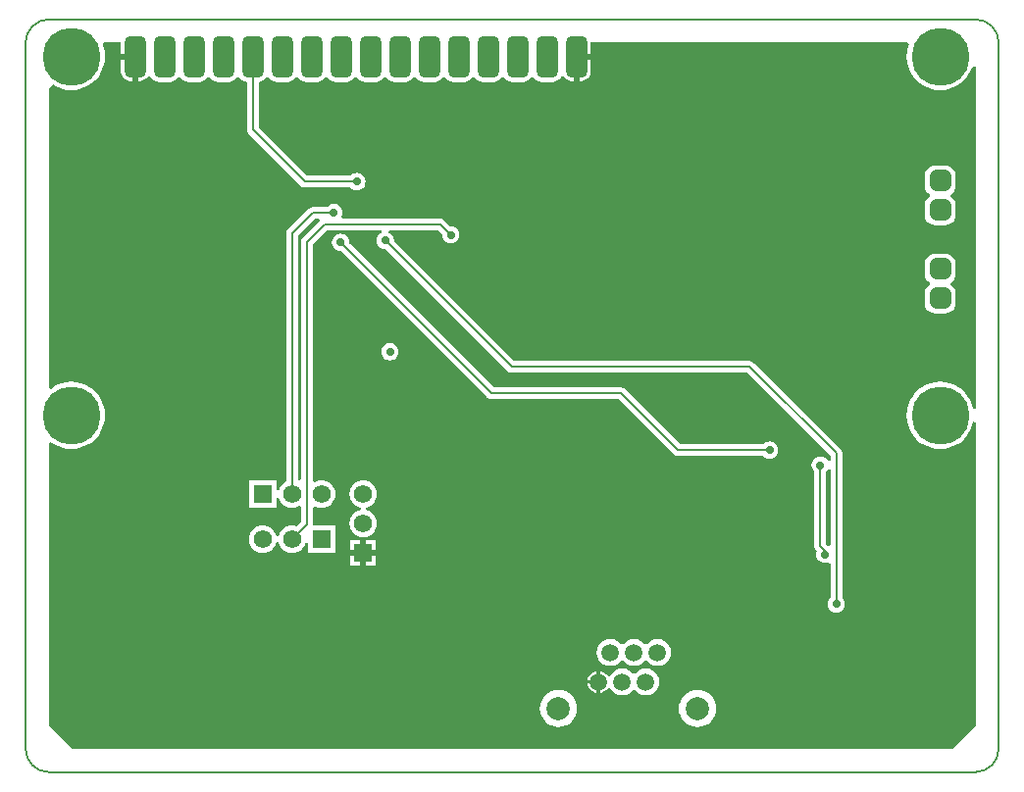
<source format=gtl>
G04 Layer_Physical_Order=1*
G04 Layer_Color=255*
%FSAX44Y44*%
%MOMM*%
G71*
G01*
G75*
%ADD10C,0.2000*%
%ADD11R,1.5750X1.5750*%
%ADD12C,1.5750*%
%ADD13R,1.5750X1.5750*%
%ADD14C,5.0000*%
G04:AMPARAMS|DCode=15|XSize=1.8mm|YSize=3.6mm|CornerRadius=0.45mm|HoleSize=0mm|Usage=FLASHONLY|Rotation=0.000|XOffset=0mm|YOffset=0mm|HoleType=Round|Shape=RoundedRectangle|*
%AMROUNDEDRECTD15*
21,1,1.8000,2.7000,0,0,0.0*
21,1,0.9000,3.6000,0,0,0.0*
1,1,0.9000,0.4500,-1.3500*
1,1,0.9000,-0.4500,-1.3500*
1,1,0.9000,-0.4500,1.3500*
1,1,0.9000,0.4500,1.3500*
%
%ADD15ROUNDEDRECTD15*%
G04:AMPARAMS|DCode=16|XSize=1.8mm|YSize=1.8mm|CornerRadius=0.45mm|HoleSize=0mm|Usage=FLASHONLY|Rotation=0.000|XOffset=0mm|YOffset=0mm|HoleType=Round|Shape=RoundedRectangle|*
%AMROUNDEDRECTD16*
21,1,1.8000,0.9000,0,0,0.0*
21,1,0.9000,1.8000,0,0,0.0*
1,1,0.9000,0.4500,-0.4500*
1,1,0.9000,-0.4500,-0.4500*
1,1,0.9000,-0.4500,0.4500*
1,1,0.9000,0.4500,0.4500*
%
%ADD16ROUNDEDRECTD16*%
%ADD17C,6.0000*%
%ADD18C,2.0000*%
%ADD19C,1.5000*%
%ADD20C,0.7000*%
G36*
X00762392Y00628337D02*
X00761834Y00626989D01*
X00760769Y00622551D01*
X00760410Y00618000D01*
X00760769Y00613449D01*
X00761834Y00609011D01*
X00763581Y00604794D01*
X00765966Y00600901D01*
X00768931Y00597430D01*
X00772402Y00594466D01*
X00776294Y00592081D01*
X00780511Y00590334D01*
X00784949Y00589268D01*
X00789500Y00588910D01*
X00794051Y00589268D01*
X00798489Y00590334D01*
X00802707Y00592081D01*
X00806599Y00594466D01*
X00810070Y00597430D01*
X00813034Y00600901D01*
X00815419Y00604794D01*
X00817009Y00608632D01*
X00818127Y00609166D01*
X00819306Y00609357D01*
X00820000Y00608804D01*
Y00313752D01*
X00818000Y00313515D01*
X00817166Y00316989D01*
X00815419Y00321206D01*
X00813034Y00325098D01*
X00810070Y00328569D01*
X00806599Y00331534D01*
X00802707Y00333919D01*
X00798489Y00335666D01*
X00794051Y00336731D01*
X00789500Y00337090D01*
X00784949Y00336731D01*
X00780511Y00335666D01*
X00776294Y00333919D01*
X00772402Y00331534D01*
X00768931Y00328569D01*
X00765966Y00325098D01*
X00763581Y00321206D01*
X00761834Y00316989D01*
X00760769Y00312551D01*
X00760410Y00308000D01*
X00760769Y00303449D01*
X00761834Y00299011D01*
X00763581Y00294794D01*
X00765966Y00290902D01*
X00768931Y00287430D01*
X00772402Y00284466D01*
X00776294Y00282081D01*
X00780511Y00280334D01*
X00784949Y00279268D01*
X00789500Y00278910D01*
X00794051Y00279268D01*
X00798489Y00280334D01*
X00802707Y00282081D01*
X00806599Y00284466D01*
X00810070Y00287430D01*
X00813034Y00290902D01*
X00815419Y00294794D01*
X00817166Y00299011D01*
X00818000Y00302485D01*
X00820000Y00302248D01*
Y00040000D01*
X00800000Y00020000D01*
X00040000D01*
X00020000Y00040000D01*
Y00284128D01*
X00021816Y00284966D01*
X00022402Y00284466D01*
X00026294Y00282081D01*
X00030511Y00280334D01*
X00034949Y00279268D01*
X00039500Y00278910D01*
X00044051Y00279268D01*
X00048489Y00280334D01*
X00052706Y00282081D01*
X00056599Y00284466D01*
X00060069Y00287430D01*
X00063034Y00290902D01*
X00065419Y00294794D01*
X00067166Y00299011D01*
X00068232Y00303449D01*
X00068590Y00308000D01*
X00068232Y00312551D01*
X00067166Y00316989D01*
X00065419Y00321206D01*
X00063034Y00325098D01*
X00060069Y00328569D01*
X00056599Y00331534D01*
X00052706Y00333919D01*
X00048489Y00335666D01*
X00044051Y00336731D01*
X00039500Y00337090D01*
X00034949Y00336731D01*
X00030511Y00335666D01*
X00026294Y00333919D01*
X00022402Y00331534D01*
X00021816Y00331034D01*
X00020000Y00331871D01*
Y00590000D01*
X00023682Y00593682D01*
X00026294Y00592081D01*
X00030511Y00590334D01*
X00034949Y00589268D01*
X00039500Y00588910D01*
X00044051Y00589268D01*
X00048489Y00590334D01*
X00052706Y00592081D01*
X00056599Y00594466D01*
X00060069Y00597430D01*
X00063034Y00600901D01*
X00065419Y00604794D01*
X00067166Y00609011D01*
X00068232Y00613449D01*
X00068590Y00618000D01*
X00068232Y00622551D01*
X00067166Y00626989D01*
X00066608Y00628337D01*
X00067719Y00630000D01*
X00082435D01*
Y00620500D01*
X00094500D01*
Y00618000D01*
X00097000D01*
Y00596935D01*
X00099000D01*
X00100958Y00597193D01*
X00102782Y00597949D01*
X00104349Y00599151D01*
X00105551Y00600718D01*
X00105576Y00600779D01*
X00107741D01*
X00107975Y00600213D01*
X00109338Y00598438D01*
X00111113Y00597075D01*
X00113181Y00596219D01*
X00115400Y00595927D01*
X00124400D01*
X00126619Y00596219D01*
X00128687Y00597075D01*
X00130462Y00598438D01*
X00131426Y00599693D01*
X00132063Y00599863D01*
X00133137D01*
X00133774Y00599693D01*
X00134738Y00598438D01*
X00136513Y00597075D01*
X00138581Y00596219D01*
X00140800Y00595927D01*
X00149800D01*
X00152019Y00596219D01*
X00154087Y00597075D01*
X00155862Y00598438D01*
X00156826Y00599693D01*
X00157463Y00599863D01*
X00158537D01*
X00159174Y00599693D01*
X00160138Y00598438D01*
X00161913Y00597075D01*
X00163981Y00596219D01*
X00166200Y00595927D01*
X00175200D01*
X00177419Y00596219D01*
X00179487Y00597075D01*
X00181262Y00598438D01*
X00182226Y00599693D01*
X00182863Y00599863D01*
X00183937D01*
X00184574Y00599693D01*
X00185538Y00598438D01*
X00187313Y00597075D01*
X00189381Y00596219D01*
X00191002Y00596005D01*
Y00554900D01*
X00191390Y00552949D01*
X00192495Y00551295D01*
X00237395Y00506395D01*
X00239049Y00505290D01*
X00241000Y00504902D01*
X00280458D01*
X00280651Y00504651D01*
X00282218Y00503449D01*
X00284042Y00502693D01*
X00286000Y00502435D01*
X00287958Y00502693D01*
X00289782Y00503449D01*
X00291349Y00504651D01*
X00292551Y00506218D01*
X00293307Y00508042D01*
X00293565Y00510000D01*
X00293307Y00511958D01*
X00292551Y00513782D01*
X00291349Y00515349D01*
X00289782Y00516551D01*
X00287958Y00517307D01*
X00286000Y00517565D01*
X00284042Y00517307D01*
X00282218Y00516551D01*
X00280651Y00515349D01*
X00280458Y00515098D01*
X00243112D01*
X00201198Y00557012D01*
Y00596005D01*
X00202819Y00596219D01*
X00204887Y00597075D01*
X00206662Y00598438D01*
X00207626Y00599693D01*
X00208263Y00599863D01*
X00209337D01*
X00209974Y00599693D01*
X00210938Y00598438D01*
X00212713Y00597075D01*
X00214781Y00596219D01*
X00217000Y00595927D01*
X00226000D01*
X00228219Y00596219D01*
X00230287Y00597075D01*
X00232062Y00598438D01*
X00233026Y00599693D01*
X00233663Y00599863D01*
X00234737D01*
X00235374Y00599693D01*
X00236338Y00598438D01*
X00238113Y00597075D01*
X00240181Y00596219D01*
X00242400Y00595927D01*
X00251400D01*
X00253619Y00596219D01*
X00255687Y00597075D01*
X00257462Y00598438D01*
X00258426Y00599693D01*
X00259063Y00599863D01*
X00260137D01*
X00260774Y00599693D01*
X00261738Y00598438D01*
X00263513Y00597075D01*
X00265581Y00596219D01*
X00267800Y00595927D01*
X00276800D01*
X00279019Y00596219D01*
X00281087Y00597075D01*
X00282862Y00598438D01*
X00283826Y00599693D01*
X00284463Y00599863D01*
X00285537D01*
X00286174Y00599693D01*
X00287138Y00598438D01*
X00288913Y00597075D01*
X00290981Y00596219D01*
X00293200Y00595927D01*
X00302200D01*
X00304419Y00596219D01*
X00306487Y00597075D01*
X00308262Y00598438D01*
X00309226Y00599693D01*
X00309863Y00599863D01*
X00310937D01*
X00311574Y00599693D01*
X00312538Y00598438D01*
X00314313Y00597075D01*
X00316381Y00596219D01*
X00318600Y00595927D01*
X00327600D01*
X00329819Y00596219D01*
X00331887Y00597075D01*
X00333662Y00598438D01*
X00334626Y00599693D01*
X00335263Y00599863D01*
X00336337D01*
X00336974Y00599693D01*
X00337938Y00598438D01*
X00339713Y00597075D01*
X00341781Y00596219D01*
X00344000Y00595927D01*
X00353000D01*
X00355219Y00596219D01*
X00357287Y00597075D01*
X00359062Y00598438D01*
X00360026Y00599693D01*
X00360663Y00599863D01*
X00361737D01*
X00362374Y00599693D01*
X00363338Y00598438D01*
X00365113Y00597075D01*
X00367181Y00596219D01*
X00369400Y00595927D01*
X00378400D01*
X00380619Y00596219D01*
X00382687Y00597075D01*
X00384462Y00598438D01*
X00385426Y00599693D01*
X00386063Y00599863D01*
X00387137D01*
X00387774Y00599693D01*
X00388738Y00598438D01*
X00390513Y00597075D01*
X00392581Y00596219D01*
X00394800Y00595927D01*
X00403800D01*
X00406019Y00596219D01*
X00408087Y00597075D01*
X00409862Y00598438D01*
X00410826Y00599693D01*
X00411463Y00599863D01*
X00412537D01*
X00413174Y00599693D01*
X00414138Y00598438D01*
X00415913Y00597075D01*
X00417981Y00596219D01*
X00420200Y00595927D01*
X00429200D01*
X00431419Y00596219D01*
X00433487Y00597075D01*
X00435262Y00598438D01*
X00436226Y00599693D01*
X00436863Y00599863D01*
X00437937D01*
X00438574Y00599693D01*
X00439538Y00598438D01*
X00441313Y00597075D01*
X00443381Y00596219D01*
X00445600Y00595927D01*
X00454600D01*
X00456819Y00596219D01*
X00458887Y00597075D01*
X00460662Y00598438D01*
X00462025Y00600213D01*
X00462259Y00600779D01*
X00464424D01*
X00464449Y00600718D01*
X00465651Y00599151D01*
X00467218Y00597949D01*
X00469042Y00597193D01*
X00471000Y00596935D01*
X00473000D01*
Y00618000D01*
X00475500D01*
Y00620500D01*
X00487565D01*
Y00630000D01*
X00761281D01*
X00762392Y00628337D01*
D02*
G37*
%LPC*%
G36*
X00289000Y00200075D02*
X00280625D01*
Y00191700D01*
X00289000D01*
Y00200075D01*
D02*
G37*
G36*
X00302375Y00186700D02*
X00294000D01*
Y00178325D01*
X00302375D01*
Y00186700D01*
D02*
G37*
G36*
X00580000Y00070877D02*
X00576864Y00070568D01*
X00573848Y00069654D01*
X00571068Y00068168D01*
X00568632Y00066168D01*
X00566632Y00063732D01*
X00565146Y00060953D01*
X00564231Y00057937D01*
X00563923Y00054800D01*
X00564231Y00051663D01*
X00565146Y00048647D01*
X00566632Y00045868D01*
X00568632Y00043432D01*
X00571068Y00041432D01*
X00573848Y00039946D01*
X00576864Y00039032D01*
X00580000Y00038723D01*
X00583137Y00039032D01*
X00586153Y00039946D01*
X00588932Y00041432D01*
X00591368Y00043432D01*
X00593368Y00045868D01*
X00594854Y00048647D01*
X00595769Y00051663D01*
X00596077Y00054800D01*
X00595769Y00057937D01*
X00594854Y00060953D01*
X00593368Y00063732D01*
X00591368Y00066168D01*
X00588932Y00068168D01*
X00586153Y00069654D01*
X00583137Y00070568D01*
X00580000Y00070877D01*
D02*
G37*
G36*
X00302375Y00200075D02*
X00294000D01*
Y00191700D01*
X00302375D01*
Y00200075D01*
D02*
G37*
G36*
X00289000Y00186700D02*
X00280625D01*
Y00178325D01*
X00289000D01*
Y00186700D01*
D02*
G37*
G36*
X00493000Y00087184D02*
X00492020Y00087056D01*
X00489709Y00086098D01*
X00487725Y00084575D01*
X00486202Y00082591D01*
X00485245Y00080280D01*
X00485116Y00079300D01*
X00493000D01*
Y00087184D01*
D02*
G37*
G36*
Y00076300D02*
X00485116D01*
X00485245Y00075320D01*
X00486202Y00073009D01*
X00487725Y00071024D01*
X00489709Y00069502D01*
X00492020Y00068545D01*
X00493000Y00068415D01*
Y00076300D01*
D02*
G37*
G36*
X00545500Y00114799D02*
X00542498Y00114404D01*
X00539700Y00113245D01*
X00537298Y00111402D01*
X00536561Y00110441D01*
X00534040D01*
X00533302Y00111402D01*
X00530900Y00113245D01*
X00528102Y00114404D01*
X00525100Y00114799D01*
X00522098Y00114404D01*
X00519300Y00113245D01*
X00516898Y00111402D01*
X00516161Y00110441D01*
X00513640D01*
X00512902Y00111402D01*
X00510500Y00113245D01*
X00507702Y00114404D01*
X00504700Y00114799D01*
X00501698Y00114404D01*
X00498900Y00113245D01*
X00496498Y00111402D01*
X00494655Y00109000D01*
X00493496Y00106202D01*
X00493101Y00103200D01*
X00493496Y00100198D01*
X00494655Y00097400D01*
X00496498Y00094998D01*
X00498900Y00093155D01*
X00501698Y00091996D01*
X00504700Y00091601D01*
X00507702Y00091996D01*
X00510500Y00093155D01*
X00512902Y00094998D01*
X00513640Y00095959D01*
X00516161D01*
X00516898Y00094998D01*
X00519300Y00093155D01*
X00522098Y00091996D01*
X00525100Y00091601D01*
X00528102Y00091996D01*
X00530900Y00093155D01*
X00533302Y00094998D01*
X00534040Y00095959D01*
X00536561D01*
X00537298Y00094998D01*
X00539700Y00093155D01*
X00542498Y00091996D01*
X00545500Y00091601D01*
X00548502Y00091996D01*
X00551300Y00093155D01*
X00553702Y00094998D01*
X00555545Y00097400D01*
X00556704Y00100198D01*
X00557099Y00103200D01*
X00556704Y00106202D01*
X00555545Y00109000D01*
X00553702Y00111402D01*
X00551300Y00113245D01*
X00548502Y00114404D01*
X00545500Y00114799D01*
D02*
G37*
G36*
X00535300Y00089399D02*
X00532298Y00089004D01*
X00529500Y00087845D01*
X00527098Y00086002D01*
X00526361Y00085041D01*
X00523840D01*
X00523102Y00086002D01*
X00520700Y00087845D01*
X00517902Y00089004D01*
X00514900Y00089399D01*
X00511898Y00089004D01*
X00509100Y00087845D01*
X00506698Y00086002D01*
X00504855Y00083600D01*
X00504700Y00083226D01*
X00504036Y00083004D01*
X00502457Y00083036D01*
X00501275Y00084575D01*
X00499291Y00086098D01*
X00496980Y00087056D01*
X00496000Y00087184D01*
Y00077800D01*
Y00068415D01*
X00496980Y00068545D01*
X00499291Y00069502D01*
X00501275Y00071024D01*
X00502457Y00072564D01*
X00504036Y00072596D01*
X00504700Y00072374D01*
X00504855Y00072000D01*
X00506698Y00069598D01*
X00509100Y00067755D01*
X00511898Y00066596D01*
X00514900Y00066201D01*
X00517902Y00066596D01*
X00520700Y00067755D01*
X00523102Y00069598D01*
X00523840Y00070559D01*
X00526361D01*
X00527098Y00069598D01*
X00529500Y00067755D01*
X00532298Y00066596D01*
X00535300Y00066201D01*
X00538302Y00066596D01*
X00541100Y00067755D01*
X00543502Y00069598D01*
X00545345Y00072000D01*
X00546504Y00074798D01*
X00546899Y00077800D01*
X00546504Y00080802D01*
X00545345Y00083600D01*
X00543502Y00086002D01*
X00541100Y00087845D01*
X00538302Y00089004D01*
X00535300Y00089399D01*
D02*
G37*
G36*
X00794000Y00523873D02*
X00785000D01*
X00782781Y00523581D01*
X00780713Y00522725D01*
X00778938Y00521362D01*
X00777575Y00519587D01*
X00776719Y00517519D01*
X00776427Y00515300D01*
Y00506300D01*
X00776719Y00504081D01*
X00777575Y00502013D01*
X00778938Y00500238D01*
X00780193Y00499274D01*
X00780363Y00498637D01*
Y00497563D01*
X00780193Y00496926D01*
X00778938Y00495962D01*
X00777575Y00494187D01*
X00776719Y00492119D01*
X00776427Y00489900D01*
Y00480900D01*
X00776719Y00478681D01*
X00777575Y00476613D01*
X00778938Y00474838D01*
X00780713Y00473475D01*
X00782781Y00472619D01*
X00785000Y00472327D01*
X00794000D01*
X00796219Y00472619D01*
X00798287Y00473475D01*
X00800062Y00474838D01*
X00801425Y00476613D01*
X00802281Y00478681D01*
X00802573Y00480900D01*
Y00489900D01*
X00802281Y00492119D01*
X00801425Y00494187D01*
X00800062Y00495962D01*
X00798807Y00496926D01*
X00798637Y00497563D01*
Y00498637D01*
X00798807Y00499274D01*
X00800062Y00500238D01*
X00801425Y00502013D01*
X00802281Y00504081D01*
X00802573Y00506300D01*
Y00515300D01*
X00802281Y00517519D01*
X00801425Y00519587D01*
X00800062Y00521362D01*
X00798287Y00522725D01*
X00796219Y00523581D01*
X00794000Y00523873D01*
D02*
G37*
G36*
X00266000Y00490565D02*
X00264042Y00490307D01*
X00262218Y00489551D01*
X00260651Y00488349D01*
X00260458Y00488098D01*
X00248000D01*
X00246049Y00487710D01*
X00244395Y00486605D01*
X00226395Y00468605D01*
X00225290Y00466951D01*
X00224902Y00465000D01*
Y00250740D01*
X00223371Y00249921D01*
X00221562Y00248438D01*
X00220079Y00246629D01*
X00218976Y00244566D01*
X00218475Y00242915D01*
X00216475Y00243212D01*
Y00251875D01*
X00192725D01*
Y00228125D01*
X00216475D01*
Y00236788D01*
X00218475Y00237085D01*
X00218976Y00235434D01*
X00220079Y00233371D01*
X00221562Y00231562D01*
X00223371Y00230079D01*
X00225434Y00228976D01*
X00227672Y00228297D01*
X00230000Y00228068D01*
X00232328Y00228297D01*
X00234566Y00228976D01*
X00235902Y00229690D01*
X00237902Y00228717D01*
Y00216112D01*
X00233990Y00212199D01*
X00232328Y00212703D01*
X00230000Y00212932D01*
X00227672Y00212703D01*
X00225434Y00212024D01*
X00223371Y00210921D01*
X00221562Y00209438D01*
X00220079Y00207629D01*
X00218976Y00205566D01*
X00218297Y00203328D01*
X00216303D01*
X00215624Y00205566D01*
X00214522Y00207629D01*
X00213037Y00209438D01*
X00211229Y00210921D01*
X00209166Y00212024D01*
X00206928Y00212703D01*
X00204600Y00212932D01*
X00202272Y00212703D01*
X00200034Y00212024D01*
X00197971Y00210921D01*
X00196162Y00209438D01*
X00194679Y00207629D01*
X00193576Y00205566D01*
X00192897Y00203328D01*
X00192668Y00201000D01*
X00192897Y00198672D01*
X00193576Y00196434D01*
X00194679Y00194371D01*
X00196162Y00192563D01*
X00197971Y00191079D01*
X00200034Y00189976D01*
X00202272Y00189297D01*
X00204600Y00189068D01*
X00206928Y00189297D01*
X00209166Y00189976D01*
X00211229Y00191079D01*
X00213037Y00192563D01*
X00214522Y00194371D01*
X00215624Y00196434D01*
X00216303Y00198672D01*
X00218297D01*
X00218976Y00196434D01*
X00220079Y00194371D01*
X00221562Y00192563D01*
X00223371Y00191079D01*
X00225434Y00189976D01*
X00227672Y00189297D01*
X00230000Y00189068D01*
X00232328Y00189297D01*
X00234566Y00189976D01*
X00236629Y00191079D01*
X00238438Y00192563D01*
X00239921Y00194371D01*
X00241024Y00196434D01*
X00241525Y00198085D01*
X00243525Y00197788D01*
Y00189125D01*
X00267275D01*
Y00212875D01*
X00249021D01*
X00248098Y00214000D01*
Y00228170D01*
X00250098Y00229369D01*
X00250834Y00228976D01*
X00253072Y00228297D01*
X00255400Y00228068D01*
X00257728Y00228297D01*
X00259966Y00228976D01*
X00262029Y00230079D01*
X00263838Y00231562D01*
X00265322Y00233371D01*
X00266424Y00235434D01*
X00267103Y00237672D01*
X00267332Y00240000D01*
X00267103Y00242328D01*
X00266424Y00244566D01*
X00265322Y00246629D01*
X00263838Y00248438D01*
X00262029Y00249921D01*
X00259966Y00251024D01*
X00257728Y00251703D01*
X00255400Y00251933D01*
X00253072Y00251703D01*
X00250834Y00251024D01*
X00250098Y00250631D01*
X00248098Y00251830D01*
Y00455888D01*
X00260112Y00467902D01*
X00307167D01*
X00307565Y00465902D01*
X00306718Y00465551D01*
X00305151Y00464349D01*
X00303949Y00462782D01*
X00303193Y00460958D01*
X00302935Y00459000D01*
X00303193Y00457042D01*
X00303949Y00455218D01*
X00305151Y00453651D01*
X00306718Y00452449D01*
X00308542Y00451693D01*
X00310500Y00451435D01*
X00310814Y00451477D01*
X00415895Y00346395D01*
X00417549Y00345290D01*
X00419500Y00344902D01*
X00622888D01*
X00694652Y00273138D01*
Y00268937D01*
X00692652Y00268539D01*
X00692551Y00268782D01*
X00691349Y00270349D01*
X00689782Y00271551D01*
X00687958Y00272307D01*
X00686000Y00272565D01*
X00684042Y00272307D01*
X00682218Y00271551D01*
X00680651Y00270349D01*
X00679449Y00268782D01*
X00678693Y00266958D01*
X00678435Y00265000D01*
X00678693Y00263042D01*
X00679449Y00261218D01*
X00680651Y00259651D01*
X00680902Y00259458D01*
Y00195000D01*
X00681290Y00193049D01*
X00682395Y00191395D01*
X00683027Y00190764D01*
X00682693Y00189958D01*
X00682435Y00188000D01*
X00682693Y00186042D01*
X00683449Y00184218D01*
X00684651Y00182651D01*
X00686218Y00181449D01*
X00688042Y00180693D01*
X00690000Y00180435D01*
X00691958Y00180693D01*
X00692652Y00180981D01*
X00694652Y00179705D01*
Y00150542D01*
X00694401Y00150349D01*
X00693199Y00148782D01*
X00692443Y00146958D01*
X00692185Y00145000D01*
X00692443Y00143042D01*
X00693199Y00141218D01*
X00694401Y00139651D01*
X00695968Y00138449D01*
X00697792Y00137693D01*
X00699750Y00137435D01*
X00701708Y00137693D01*
X00703532Y00138449D01*
X00705099Y00139651D01*
X00706301Y00141218D01*
X00707057Y00143042D01*
X00707315Y00145000D01*
X00707057Y00146958D01*
X00706301Y00148782D01*
X00705099Y00150349D01*
X00704848Y00150542D01*
Y00275250D01*
X00704460Y00277201D01*
X00703355Y00278855D01*
X00628605Y00353605D01*
X00626951Y00354710D01*
X00625000Y00355098D01*
X00421612D01*
X00318023Y00458686D01*
X00318065Y00459000D01*
X00317807Y00460958D01*
X00317051Y00462782D01*
X00315849Y00464349D01*
X00314282Y00465551D01*
X00313435Y00465902D01*
X00313833Y00467902D01*
X00355888D01*
X00359477Y00464314D01*
X00359435Y00464000D01*
X00359693Y00462042D01*
X00360449Y00460218D01*
X00361651Y00458651D01*
X00363218Y00457449D01*
X00365042Y00456693D01*
X00367000Y00456435D01*
X00368958Y00456693D01*
X00370782Y00457449D01*
X00372349Y00458651D01*
X00373551Y00460218D01*
X00374307Y00462042D01*
X00374565Y00464000D01*
X00374307Y00465958D01*
X00373551Y00467782D01*
X00372349Y00469349D01*
X00370782Y00470551D01*
X00368958Y00471307D01*
X00367000Y00471565D01*
X00366686Y00471523D01*
X00361605Y00476605D01*
X00359951Y00477710D01*
X00358000Y00478098D01*
X00274045D01*
X00272916Y00480098D01*
X00273307Y00481042D01*
X00273565Y00483000D01*
X00273307Y00484958D01*
X00272551Y00486782D01*
X00271349Y00488349D01*
X00269782Y00489551D01*
X00267958Y00490307D01*
X00266000Y00490565D01*
D02*
G37*
G36*
X00487565Y00615500D02*
X00478000D01*
Y00596935D01*
X00480000D01*
X00481958Y00597193D01*
X00483782Y00597949D01*
X00485349Y00599151D01*
X00486551Y00600718D01*
X00487307Y00602542D01*
X00487565Y00604500D01*
Y00615500D01*
D02*
G37*
G36*
X00092000D02*
X00082435D01*
Y00604500D01*
X00082693Y00602542D01*
X00083449Y00600718D01*
X00084651Y00599151D01*
X00086218Y00597949D01*
X00088042Y00597193D01*
X00090000Y00596935D01*
X00092000D01*
Y00615500D01*
D02*
G37*
G36*
X00794000Y00447673D02*
X00785000D01*
X00782781Y00447381D01*
X00780713Y00446525D01*
X00778938Y00445162D01*
X00777575Y00443387D01*
X00776719Y00441319D01*
X00776427Y00439100D01*
Y00430100D01*
X00776719Y00427881D01*
X00777575Y00425813D01*
X00778938Y00424038D01*
X00780193Y00423074D01*
X00780363Y00422437D01*
Y00421363D01*
X00780193Y00420726D01*
X00778938Y00419762D01*
X00777575Y00417987D01*
X00776719Y00415919D01*
X00776427Y00413700D01*
Y00404700D01*
X00776719Y00402481D01*
X00777575Y00400413D01*
X00778938Y00398638D01*
X00780713Y00397275D01*
X00782781Y00396419D01*
X00785000Y00396127D01*
X00794000D01*
X00796219Y00396419D01*
X00798287Y00397275D01*
X00800062Y00398638D01*
X00801425Y00400413D01*
X00802281Y00402481D01*
X00802573Y00404700D01*
Y00413700D01*
X00802281Y00415919D01*
X00801425Y00417987D01*
X00800062Y00419762D01*
X00798807Y00420726D01*
X00798637Y00421363D01*
Y00422437D01*
X00798807Y00423074D01*
X00800062Y00424038D01*
X00801425Y00425813D01*
X00802281Y00427881D01*
X00802573Y00430100D01*
Y00439100D01*
X00802281Y00441319D01*
X00801425Y00443387D01*
X00800062Y00445162D01*
X00798287Y00446525D01*
X00796219Y00447381D01*
X00794000Y00447673D01*
D02*
G37*
G36*
X00460000Y00070877D02*
X00456864Y00070568D01*
X00453848Y00069654D01*
X00451068Y00068168D01*
X00448632Y00066168D01*
X00446632Y00063732D01*
X00445146Y00060953D01*
X00444231Y00057937D01*
X00443923Y00054800D01*
X00444231Y00051663D01*
X00445146Y00048647D01*
X00446632Y00045868D01*
X00448632Y00043432D01*
X00451068Y00041432D01*
X00453848Y00039946D01*
X00456864Y00039032D01*
X00460000Y00038723D01*
X00463137Y00039032D01*
X00466153Y00039946D01*
X00468932Y00041432D01*
X00471368Y00043432D01*
X00473368Y00045868D01*
X00474854Y00048647D01*
X00475769Y00051663D01*
X00476077Y00054800D01*
X00475769Y00057937D01*
X00474854Y00060953D01*
X00473368Y00063732D01*
X00471368Y00066168D01*
X00468932Y00068168D01*
X00466153Y00069654D01*
X00463137Y00070568D01*
X00460000Y00070877D01*
D02*
G37*
G36*
X00291500Y00251933D02*
X00289172Y00251703D01*
X00286934Y00251024D01*
X00284871Y00249921D01*
X00283062Y00248438D01*
X00281579Y00246629D01*
X00280476Y00244566D01*
X00279797Y00242328D01*
X00279568Y00240000D01*
X00279797Y00237672D01*
X00280476Y00235434D01*
X00281579Y00233371D01*
X00283062Y00231562D01*
X00284871Y00230079D01*
X00286934Y00228976D01*
X00289172Y00228297D01*
Y00226303D01*
X00286934Y00225624D01*
X00284871Y00224522D01*
X00283062Y00223037D01*
X00281579Y00221229D01*
X00280476Y00219166D01*
X00279797Y00216928D01*
X00279568Y00214600D01*
X00279797Y00212272D01*
X00280476Y00210034D01*
X00281579Y00207971D01*
X00283062Y00206162D01*
X00284871Y00204679D01*
X00286934Y00203576D01*
X00289172Y00202897D01*
X00291500Y00202668D01*
X00293828Y00202897D01*
X00296066Y00203576D01*
X00298129Y00204679D01*
X00299937Y00206162D01*
X00301422Y00207971D01*
X00302524Y00210034D01*
X00303203Y00212272D01*
X00303433Y00214600D01*
X00303203Y00216928D01*
X00302524Y00219166D01*
X00301422Y00221229D01*
X00299937Y00223037D01*
X00298129Y00224522D01*
X00296066Y00225624D01*
X00293828Y00226303D01*
Y00228297D01*
X00296066Y00228976D01*
X00298129Y00230079D01*
X00299937Y00231562D01*
X00301422Y00233371D01*
X00302524Y00235434D01*
X00303203Y00237672D01*
X00303433Y00240000D01*
X00303203Y00242328D01*
X00302524Y00244566D01*
X00301422Y00246629D01*
X00299937Y00248438D01*
X00298129Y00249921D01*
X00296066Y00251024D01*
X00293828Y00251703D01*
X00291500Y00251933D01*
D02*
G37*
G36*
X00314500Y00370565D02*
X00312542Y00370307D01*
X00310718Y00369551D01*
X00309151Y00368349D01*
X00307949Y00366782D01*
X00307193Y00364958D01*
X00306935Y00363000D01*
X00307193Y00361042D01*
X00307949Y00359218D01*
X00309151Y00357651D01*
X00310718Y00356449D01*
X00312542Y00355693D01*
X00314500Y00355435D01*
X00316458Y00355693D01*
X00318282Y00356449D01*
X00319849Y00357651D01*
X00321051Y00359218D01*
X00321807Y00361042D01*
X00322065Y00363000D01*
X00321807Y00364958D01*
X00321051Y00366782D01*
X00319849Y00368349D01*
X00318282Y00369551D01*
X00316458Y00370307D01*
X00314500Y00370565D01*
D02*
G37*
G36*
X00272000Y00465065D02*
X00270042Y00464807D01*
X00268218Y00464051D01*
X00266651Y00462849D01*
X00265449Y00461282D01*
X00264693Y00459458D01*
X00264435Y00457500D01*
X00264693Y00455542D01*
X00265449Y00453718D01*
X00266651Y00452151D01*
X00268218Y00450949D01*
X00270042Y00450193D01*
X00272000Y00449935D01*
X00272314Y00449977D01*
X00398895Y00323395D01*
X00400549Y00322290D01*
X00402500Y00321902D01*
X00512084D01*
X00559591Y00274395D01*
X00561245Y00273290D01*
X00563195Y00272902D01*
X00636654D01*
X00636847Y00272651D01*
X00638413Y00271449D01*
X00640238Y00270693D01*
X00642196Y00270435D01*
X00644153Y00270693D01*
X00645978Y00271449D01*
X00647545Y00272651D01*
X00648747Y00274218D01*
X00649502Y00276042D01*
X00649760Y00278000D01*
X00649502Y00279958D01*
X00648747Y00281782D01*
X00647545Y00283349D01*
X00645978Y00284551D01*
X00644153Y00285307D01*
X00642196Y00285565D01*
X00640238Y00285307D01*
X00638413Y00284551D01*
X00636847Y00283349D01*
X00636654Y00283098D01*
X00565307D01*
X00517800Y00330605D01*
X00516146Y00331710D01*
X00514196Y00332098D01*
X00404612D01*
X00279523Y00457186D01*
X00279565Y00457500D01*
X00279307Y00459458D01*
X00278551Y00461282D01*
X00277349Y00462849D01*
X00275782Y00464051D01*
X00273958Y00464807D01*
X00272000Y00465065D01*
D02*
G37*
%LPD*%
G36*
X00253692Y00475902D02*
X00239395Y00461605D01*
X00238290Y00459951D01*
X00237902Y00458000D01*
Y00252748D01*
X00235902Y00251640D01*
X00235098Y00252143D01*
Y00462888D01*
X00250112Y00477902D01*
X00252864D01*
X00253692Y00475902D01*
D02*
G37*
G36*
X00694652Y00261063D02*
Y00196386D01*
X00692652Y00195557D01*
X00691098Y00197112D01*
Y00259458D01*
X00691349Y00259651D01*
X00692551Y00261218D01*
X00692652Y00261461D01*
X00694652Y00261063D01*
D02*
G37*
D10*
X00020000Y00000000D02*
X00820000Y00000000D01*
D02*
G03*
X00840000Y00020000I00000000J00020000D01*
G01*
Y00630000D01*
X00840000D02*
G03*
X00820000Y00650000I-00020000J-00000000D01*
G01*
X00020000D01*
D02*
G03*
X00000000Y00630000I00000000J-00020000D01*
G01*
Y00020000D01*
D02*
G03*
X00020000Y00000000I00020000J00000000D01*
G01*
X00230000Y00201000D02*
X00243000Y00214000D01*
Y00458000D01*
X00258000Y00473000D01*
X00358000D01*
X00367000Y00464000D01*
X00310500Y00459000D02*
X00419500Y00350000D01*
X00625000D01*
X00699750Y00275250D01*
Y00145000D01*
X00690000Y00188000D02*
Y00191000D01*
X00686000Y00195000D01*
Y00265000D01*
X00642196Y00278000D02*
X00563195D01*
X00514196Y00327000D01*
X00402500D01*
X00272000Y00457500D01*
X00266000Y00483000D02*
X00248000D01*
X00230000Y00465000D01*
Y00240000D01*
X00286000Y00510000D02*
X00241000D01*
X00196100Y00554900D01*
Y00618000D01*
D11*
X00291500Y00189200D02*
D03*
D12*
X00230000Y00201000D02*
D03*
X00204600D02*
D03*
X00255400Y00240000D02*
D03*
X00291500Y00214600D02*
D03*
Y00240000D02*
D03*
X00230000D02*
D03*
D13*
X00255400Y00201000D02*
D03*
X00204600Y00240000D02*
D03*
D14*
X00039500Y00308000D02*
D03*
Y00618000D02*
D03*
X00789500Y00308000D02*
D03*
Y00618000D02*
D03*
D15*
X00475500Y00618000D02*
D03*
X00450100D02*
D03*
X00424700D02*
D03*
X00399300D02*
D03*
X00373900D02*
D03*
X00348500D02*
D03*
X00323100D02*
D03*
X00297700D02*
D03*
X00272300D02*
D03*
X00246900D02*
D03*
X00221500D02*
D03*
X00196100D02*
D03*
X00170700D02*
D03*
X00145300D02*
D03*
X00119900D02*
D03*
X00094500D02*
D03*
D16*
X00789500Y00409200D02*
D03*
Y00434600D02*
D03*
Y00485400D02*
D03*
Y00510800D02*
D03*
D17*
X00120000Y00110000D02*
D03*
X00140000Y00540000D02*
D03*
X00700000D02*
D03*
X00720000Y00110000D02*
D03*
D18*
X00460000Y00054800D02*
D03*
X00580000D02*
D03*
D19*
X00494500Y00077800D02*
D03*
X00514900D02*
D03*
X00535300D02*
D03*
X00545500Y00103200D02*
D03*
X00525100D02*
D03*
X00504700D02*
D03*
D20*
X00220000Y00219236D02*
D03*
X00260645Y00303000D02*
D03*
X00332500Y00363000D02*
D03*
X00350000D02*
D03*
X00303433Y00394500D02*
D03*
X00314500Y00363000D02*
D03*
X00310500Y00459000D02*
D03*
X00367000Y00464000D02*
D03*
X00356000Y00501000D02*
D03*
X00412537Y00505116D02*
D03*
X00387137Y00572627D02*
D03*
X00360000Y00575198D02*
D03*
X00309009Y00584230D02*
D03*
X00283826Y00580235D02*
D03*
X00314500Y00523000D02*
D03*
X00286000Y00510000D02*
D03*
X00266000Y00483000D02*
D03*
X00272000Y00457500D02*
D03*
X00250000Y00556377D02*
D03*
X00055000Y00567000D02*
D03*
X00414000Y00316000D02*
D03*
X00566000Y00136500D02*
D03*
X00581000Y00136500D02*
D03*
X00595000D02*
D03*
Y00148750D02*
D03*
Y00161000D02*
D03*
X00643000Y00151250D02*
D03*
X00699750Y00145000D02*
D03*
X00753000Y00171500D02*
D03*
X00690000Y00188000D02*
D03*
X00686000Y00265000D02*
D03*
X00642196Y00278000D02*
D03*
X00599500Y00098500D02*
D03*
X00612500Y00040000D02*
D03*
M02*

</source>
